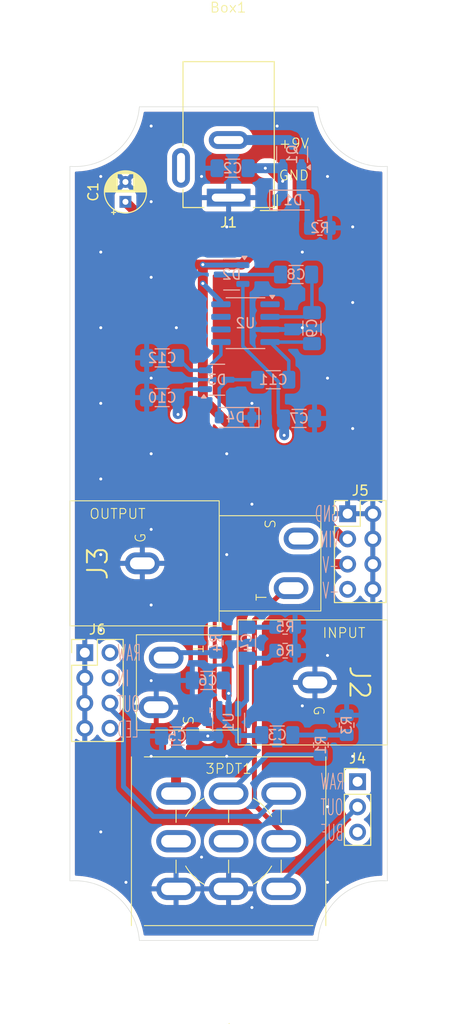
<source format=kicad_pcb>
(kicad_pcb (version 20240108) (generator "pcbnew") (generator_version "8.0")
  (layers (0 "F.Cu" jumper) (1 "In1.Cu" signal) (2 "In2.Cu" signal) (31 "B.Cu" signal) (34 "B.Paste" user) (35 "F.Paste" user) (36 "B.SilkS" user "B.Silkscreen") (37 "F.SilkS" user "F.Silkscreen") (38 "B.Mask" user) (39 "F.Mask" user) (44 "Edge.Cuts" user))
  (net 0 "")
  (net 1 "GND")
  (net 2 "VIN")
  (net 3 "Net-(C3-Pad2)")
  (net 4 "Net-(U1--)")
  (net 5 "+9V")
  (net 6 "+V")
  (net 7 "Net-(D1-A)")
  (net 8 "-V")
  (net 9 "LED")
  (net 10 "Net-(U2-CAP+)")
  (net 11 "Net-(D2-common)")
  (net 12 "Net-(U2-CAP-)")
  (net 13 "Net-(D3-common)")
  (net 14 "OUT^{RAW_OR_BUF}")
  (net 15 "IN^{RAW}")
  (net 16 "OUT^{RAW}")
  (net 17 "-VOUT")
  (net 18 "BUFFERED")
  (net 19 "IN^{EFF}")
  (net 20 "OUT^{EFF}")
  (net 21 "IN")
  (net 22 "Net-(C4-Pad1)")
  (footprint "Connector_PinHeader_2.54mm:PinHeader_1x03_P2.54mm_Vertical" (layer "F.Cu") (at 113 126)
    (property "Reference" "J4" (at 0 -2.33 0) (layer "F.SilkS"))
    (property "Value" "Conn_01x03_Pin")
    (pad "1" thru_hole rect (at 0 0) (size 1.7 1.7) (drill 1) (layers "*.Cu" "*.Mask" "In3.Cu" "In4.Cu" "In5.Cu" "In6.Cu" "In7.Cu" "In8.Cu" "In9.Cu" "In10.Cu" "In11.Cu" "In12.Cu" "In13.Cu" "In14.Cu" "In15.Cu" "In16.Cu" "In17.Cu" "In18.Cu" "In19.Cu" "In20.Cu" "In21.Cu" "In22.Cu" "In23.Cu" "In24.Cu" "In25.Cu" "In26.Cu" "In27.Cu" "In28.Cu" "In29.Cu" "In30.Cu") (net 15 "IN^{RAW}"))
    (pad "2" thru_hole oval (at 0 2.54) (size 1.7 1.7) (drill 1) (layers "*.Cu" "*.Mask" "In3.Cu" "In4.Cu" "In5.Cu" "In6.Cu" "In7.Cu" "In8.Cu" "In9.Cu" "In10.Cu" "In11.Cu" "In12.Cu" "In13.Cu" "In14.Cu" "In15.Cu" "In16.Cu" "In17.Cu" "In18.Cu" "In19.Cu" "In20.Cu" "In21.Cu" "In22.Cu" "In23.Cu" "In24.Cu" "In25.Cu" "In26.Cu" "In27.Cu" "In28.Cu" "In29.Cu" "In30.Cu") (net 14 "OUT^{RAW_OR_BUF}"))
    (pad "3" thru_hole oval (at 0 5.08) (size 1.7 1.7) (drill 1) (layers "*.Cu" "*.Mask" "In3.Cu" "In4.Cu" "In5.Cu" "In6.Cu" "In7.Cu" "In8.Cu" "In9.Cu" "In10.Cu" "In11.Cu" "In12.Cu" "In13.Cu" "In14.Cu" "In15.Cu" "In16.Cu" "In17.Cu" "In18.Cu" "In19.Cu" "In20.Cu" "In21.Cu" "In22.Cu" "In23.Cu" "In24.Cu" "In25.Cu" "In26.Cu" "In27.Cu" "In28.Cu" "In29.Cu" "In30.Cu") (net 18 "BUFFERED"))
  )
  (footprint "Connector_PinHeader_2.54mm:PinHeader_2x04_P2.54mm_Vertical" (layer "F.Cu") (at 112 99)
    (property "Reference" "J5" (at 1.27 -2.33 0) (layer "F.SilkS"))
    (property "Value" "Conn_02x04_Odd_Even")
    (pad "1" thru_hole rect (at 0 0) (size 1.7 1.7) (drill 1) (layers "*.Cu" "*.Mask" "In3.Cu" "In4.Cu" "In5.Cu" "In6.Cu" "In7.Cu" "In8.Cu" "In9.Cu" "In10.Cu" "In11.Cu" "In12.Cu" "In13.Cu" "In14.Cu" "In15.Cu" "In16.Cu" "In17.Cu" "In18.Cu" "In19.Cu" "In20.Cu" "In21.Cu" "In22.Cu" "In23.Cu" "In24.Cu" "In25.Cu" "In26.Cu" "In27.Cu" "In28.Cu" "In29.Cu" "In30.Cu") (net 1 "GND"))
    (pad "2" thru_hole oval (at 2.54 0) (size 1.7 1.7) (drill 1) (layers "*.Cu" "*.Mask" "In3.Cu" "In4.Cu" "In5.Cu" "In6.Cu" "In7.Cu" "In8.Cu" "In9.Cu" "In10.Cu" "In11.Cu" "In12.Cu" "In13.Cu" "In14.Cu" "In15.Cu" "In16.Cu" "In17.Cu" "In18.Cu" "In19.Cu" "In20.Cu" "In21.Cu" "In22.Cu" "In23.Cu" "In24.Cu" "In25.Cu" "In26.Cu" "In27.Cu" "In28.Cu" "In29.Cu" "In30.Cu") (net 1 "GND"))
    (pad "3" thru_hole oval (at 0 2.54) (size 1.7 1.7) (drill 1) (layers "*.Cu" "*.Mask" "In3.Cu" "In4.Cu" "In5.Cu" "In6.Cu" "In7.Cu" "In8.Cu" "In9.Cu" "In10.Cu" "In11.Cu" "In12.Cu" "In13.Cu" "In14.Cu" "In15.Cu" "In16.Cu" "In17.Cu" "In18.Cu" "In19.Cu" "In20.Cu" "In21.Cu" "In22.Cu" "In23.Cu" "In24.Cu" "In25.Cu" "In26.Cu" "In27.Cu" "In28.Cu" "In29.Cu" "In30.Cu") (net 2 "VIN"))
    (pad "4" thru_hole oval (at 2.54 2.54) (size 1.7 1.7) (drill 1) (layers "*.Cu" "*.Mask" "In3.Cu" "In4.Cu" "In5.Cu" "In6.Cu" "In7.Cu" "In8.Cu" "In9.Cu" "In10.Cu" "In11.Cu" "In12.Cu" "In13.Cu" "In14.Cu" "In15.Cu" "In16.Cu" "In17.Cu" "In18.Cu" "In19.Cu" "In20.Cu" "In21.Cu" "In22.Cu" "In23.Cu" "In24.Cu" "In25.Cu" "In26.Cu" "In27.Cu" "In28.Cu" "In29.Cu" "In30.Cu") (net 1 "GND"))
    (pad "5" thru_hole oval (at 0 5.08) (size 1.7 1.7) (drill 1) (layers "*.Cu" "*.Mask" "In3.Cu" "In4.Cu" "In5.Cu" "In6.Cu" "In7.Cu" "In8.Cu" "In9.Cu" "In10.Cu" "In11.Cu" "In12.Cu" "In13.Cu" "In14.Cu" "In15.Cu" "In16.Cu" "In17.Cu" "In18.Cu" "In19.Cu" "In20.Cu" "In21.Cu" "In22.Cu" "In23.Cu" "In24.Cu" "In25.Cu" "In26.Cu" "In27.Cu" "In28.Cu" "In29.Cu" "In30.Cu") (net 8 "-V"))
    (pad "6" thru_hole oval (at 2.54 5.08) (size 1.7 1.7) (drill 1) (layers "*.Cu" "*.Mask" "In3.Cu" "In4.Cu" "In5.Cu" "In6.Cu" "In7.Cu" "In8.Cu" "In9.Cu" "In10.Cu" "In11.Cu" "In12.Cu" "In13.Cu" "In14.Cu" "In15.Cu" "In16.Cu" "In17.Cu" "In18.Cu" "In19.Cu" "In20.Cu" "In21.Cu" "In22.Cu" "In23.Cu" "In24.Cu" "In25.Cu" "In26.Cu" "In27.Cu" "In28.Cu" "In29.Cu" "In30.Cu") (net 1 "GND"))
    (pad "7" thru_hole oval (at 0 7.62) (size 1.7 1.7) (drill 1) (layers "*.Cu" "*.Mask" "In3.Cu" "In4.Cu" "In5.Cu" "In6.Cu" "In7.Cu" "In8.Cu" "In9.Cu" "In10.Cu" "In11.Cu" "In12.Cu" "In13.Cu" "In14.Cu" "In15.Cu" "In16.Cu" "In17.Cu" "In18.Cu" "In19.Cu" "In20.Cu" "In21.Cu" "In22.Cu" "In23.Cu" "In24.Cu" "In25.Cu" "In26.Cu" "In27.Cu" "In28.Cu" "In29.Cu" "In30.Cu") (net 6 "+V"))
    (pad "8" thru_hole oval (at 2.54 7.62) (size 1.7 1.7) (drill 1) (layers "*.Cu" "*.Mask" "In3.Cu" "In4.Cu" "In5.Cu" "In6.Cu" "In7.Cu" "In8.Cu" "In9.Cu" "In10.Cu" "In11.Cu" "In12.Cu" "In13.Cu" "In14.Cu" "In15.Cu" "In16.Cu" "In17.Cu" "In18.Cu" "In19.Cu" "In20.Cu" "In21.Cu" "In22.Cu" "In23.Cu" "In24.Cu" "In25.Cu" "In26.Cu" "In27.Cu" "In28.Cu" "In29.Cu" "In30.Cu") (net 1 "GND"))
  )
  (footprint "Mylib:1590A" (layer "F.Cu") (at 100 100)
    (property "Reference" "Box1" (at -0.05 -52 0) (layer "F.SilkS") (effects (font (thickness 0.1))))
    (property "Value" "~")
  )
  (footprint "Capacitor_THT:CP_Radial_D4.0mm_P2.00mm" (layer "F.Cu") (at 89.6 67.572599 90)
    (property "Reference" "C1" (at 1 -3.25 90) (layer "F.SilkS"))
    (property "Value" "47uF")
    (pad "1" thru_hole rect (at 0 0 90) (size 1.2 1.2) (drill 0.6) (layers "*.Cu" "*.Mask" "In3.Cu" "In4.Cu" "In5.Cu" "In6.Cu" "In7.Cu" "In8.Cu" "In9.Cu" "In10.Cu" "In11.Cu" "In12.Cu" "In13.Cu" "In14.Cu" "In15.Cu" "In16.Cu" "In17.Cu" "In18.Cu" "In19.Cu" "In20.Cu" "In21.Cu" "In22.Cu" "In23.Cu" "In24.Cu" "In25.Cu" "In26.Cu" "In27.Cu" "In28.Cu" "In29.Cu" "In30.Cu") (net 2 "VIN"))
    (pad "2" thru_hole circle (at 2 0 90) (size 1.2 1.2) (drill 0.6) (layers "*.Cu" "*.Mask" "In3.Cu" "In4.Cu" "In5.Cu" "In6.Cu" "In7.Cu" "In8.Cu" "In9.Cu" "In10.Cu" "In11.Cu" "In12.Cu" "In13.Cu" "In14.Cu" "In15.Cu" "In16.Cu" "In17.Cu" "In18.Cu" "In19.Cu" "In20.Cu" "In21.Cu" "In22.Cu" "In23.Cu" "In24.Cu" "In25.Cu" "In26.Cu" "In27.Cu" "In28.Cu" "In29.Cu" "In30.Cu") (net 1 "GND"))
  )
  (footprint "Mylib:3PDT-Stomp-Switch" (layer "F.Cu") (at 100 132)
    (property "Reference" "3PDT1" (at 0 -7.3 0) (layer "F.SilkS") (effects (font (thickness 0.1))))
    (property "Value" "~")
    (pad "1" thru_hole oval (at -5.3 -4.8) (size 4 2.25) (drill oval 3 1.25) (layers "*.Cu" "*.Mask" "In3.Cu" "In4.Cu" "In5.Cu" "In6.Cu" "In7.Cu" "In8.Cu" "In9.Cu" "In10.Cu" "In11.Cu" "In12.Cu" "In13.Cu" "In14.Cu" "In15.Cu" "In16.Cu" "In17.Cu" "In18.Cu" "In19.Cu" "In20.Cu" "In21.Cu" "In22.Cu" "In23.Cu" "In24.Cu" "In25.Cu" "In26.Cu" "In27.Cu" "In28.Cu" "In29.Cu" "In30.Cu") (net 2 "VIN"))
    (pad "2" thru_hole oval (at -5.3 0) (size 4 2.25) (drill oval 3 1.25) (layers "*.Cu" "*.Mask" "In3.Cu" "In4.Cu" "In5.Cu" "In6.Cu" "In7.Cu" "In8.Cu" "In9.Cu" "In10.Cu" "In11.Cu" "In12.Cu" "In13.Cu" "In14.Cu" "In15.Cu" "In16.Cu" "In17.Cu" "In18.Cu" "In19.Cu" "In20.Cu" "In21.Cu" "In22.Cu" "In23.Cu" "In24.Cu" "In25.Cu" "In26.Cu" "In27.Cu" "In28.Cu" "In29.Cu" "In30.Cu") (net 9 "LED"))
    (pad "3" thru_hole oval (at -5.3 4.8) (size 4 2.25) (drill oval 3 1.25) (layers "*.Cu" "*.Mask" "In3.Cu" "In4.Cu" "In5.Cu" "In6.Cu" "In7.Cu" "In8.Cu" "In9.Cu" "In10.Cu" "In11.Cu" "In12.Cu" "In13.Cu" "In14.Cu" "In15.Cu" "In16.Cu" "In17.Cu" "In18.Cu" "In19.Cu" "In20.Cu" "In21.Cu" "In22.Cu" "In23.Cu" "In24.Cu" "In25.Cu" "In26.Cu" "In27.Cu" "In28.Cu" "In29.Cu" "In30.Cu") (net 1 "GND"))
    (pad "4" thru_hole oval (at 0 -4.8) (size 4 2.25) (drill oval 3 1.25) (layers "*.Cu" "*.Mask" "In3.Cu" "In4.Cu" "In5.Cu" "In6.Cu" "In7.Cu" "In8.Cu" "In9.Cu" "In10.Cu" "In11.Cu" "In12.Cu" "In13.Cu" "In14.Cu" "In15.Cu" "In16.Cu" "In17.Cu" "In18.Cu" "In19.Cu" "In20.Cu" "In21.Cu" "In22.Cu" "In23.Cu" "In24.Cu" "In25.Cu" "In26.Cu" "In27.Cu" "In28.Cu" "In29.Cu" "In30.Cu") (net 18 "BUFFERED"))
    (pad "5" thru_hole oval (at 0 0) (size 4 2.25) (drill oval 3 1.25) (layers "*.Cu" "*.Mask" "In3.Cu" "In4.Cu" "In5.Cu" "In6.Cu" "In7.Cu" "In8.Cu" "In9.Cu" "In10.Cu" "In11.Cu" "In12.Cu" "In13.Cu" "In14.Cu" "In15.Cu" "In16.Cu" "In17.Cu" "In18.Cu" "In19.Cu" "In20.Cu" "In21.Cu" "In22.Cu" "In23.Cu" "In24.Cu" "In25.Cu" "In26.Cu" "In27.Cu" "In28.Cu" "In29.Cu" "In30.Cu") (net 19 "IN^{EFF}"))
    (pad "6" thru_hole oval (at 0 4.8) (size 4 2.25) (drill oval 3 1.25) (layers "*.Cu" "*.Mask" "In3.Cu" "In4.Cu" "In5.Cu" "In6.Cu" "In7.Cu" "In8.Cu" "In9.Cu" "In10.Cu" "In11.Cu" "In12.Cu" "In13.Cu" "In14.Cu" "In15.Cu" "In16.Cu" "In17.Cu" "In18.Cu" "In19.Cu" "In20.Cu" "In21.Cu" "In22.Cu" "In23.Cu" "In24.Cu" "In25.Cu" "In26.Cu" "In27.Cu" "In28.Cu" "In29.Cu" "In30.Cu") (net 1 "GND"))
    (pad "7" thru_hole oval (at 5.3 -4.8) (size 4 2.25) (drill oval 3 1.25) (layers "*.Cu" "*.Mask" "In3.Cu" "In4.Cu" "In5.Cu" "In6.Cu" "In7.Cu" "In8.Cu" "In9.Cu" "In10.Cu" "In11.Cu" "In12.Cu" "In13.Cu" "In14.Cu" "In15.Cu" "In16.Cu" "In17.Cu" "In18.Cu" "In19.Cu" "In20.Cu" "In21.Cu" "In22.Cu" "In23.Cu" "In24.Cu" "In25.Cu" "In26.Cu" "In27.Cu" "In28.Cu" "In29.Cu" "In30.Cu") (net 20 "OUT^{EFF}"))
    (pad "8" thru_hole oval (at 5.3 0) (size 4 2.25) (drill oval 3 1.25) (layers "*.Cu" "*.Mask" "In3.Cu" "In4.Cu" "In5.Cu" "In6.Cu" "In7.Cu" "In8.Cu" "In9.Cu" "In10.Cu" "In11.Cu" "In12.Cu" "In13.Cu" "In14.Cu" "In15.Cu" "In16.Cu" "In17.Cu" "In18.Cu" "In19.Cu" "In20.Cu" "In21.Cu" "In22.Cu" "In23.Cu" "In24.Cu" "In25.Cu" "In26.Cu" "In27.Cu" "In28.Cu" "In29.Cu" "In30.Cu") (net 16 "OUT^{RAW}"))
    (pad "9" thru_hole oval (at 5.3 4.8) (size 4 2.25) (drill oval 3 1.25) (layers "*.Cu" "*.Mask" "In3.Cu" "In4.Cu" "In5.Cu" "In6.Cu" "In7.Cu" "In8.Cu" "In9.Cu" "In10.Cu" "In11.Cu" "In12.Cu" "In13.Cu" "In14.Cu" "In15.Cu" "In16.Cu" "In17.Cu" "In18.Cu" "In19.Cu" "In20.Cu" "In21.Cu" "In22.Cu" "In23.Cu" "In24.Cu" "In25.Cu" "In26.Cu" "In27.Cu" "In28.Cu" "In29.Cu" "In30.Cu") (net 14 "OUT^{RAW_OR_BUF}"))
  )
  (footprint "Connector_PinHeader_2.54mm:PinHeader_2x04_P2.54mm_Vertical" (layer "F.Cu") (at 85.5 113)
    (property "Reference" "J6" (at 1.27 -2.33 0) (layer "F.SilkS"))
    (property "Value" "Conn_02x04_Odd_Even")
    (pad "1" thru_hole rect (at 0 0) (size 1.7 1.7) (drill 1) (layers "*.Cu" "*.Mask" "In3.Cu" "In4.Cu" "In5.Cu" "In6.Cu" "In7.Cu" "In8.Cu" "In9.Cu" "In10.Cu" "In11.Cu" "In12.Cu" "In13.Cu" "In14.Cu" "In15.Cu" "In16.Cu" "In17.Cu" "In18.Cu" "In19.Cu" "In20.Cu" "In21.Cu" "In22.Cu" "In23.Cu" "In24.Cu" "In25.Cu" "In26.Cu" "In27.Cu" "In28.Cu" "In29.Cu" "In30.Cu") (net 1 "GND"))
    (pad "2" thru_hole oval (at 2.54 0) (size 1.7 1.7) (drill 1) (layers "*.Cu" "*.Mask" "In3.Cu" "In4.Cu" "In5.Cu" "In6.Cu" "In7.Cu" "In8.Cu" "In9.Cu" "In10.Cu" "In11.Cu" "In12.Cu" "In13.Cu" "In14.Cu" "In15.Cu" "In16.Cu" "In17.Cu" "In18.Cu" "In19.Cu" "In20.Cu" "In21.Cu" "In22.Cu" "In23.Cu" "In24.Cu" "In25.Cu" "In26.Cu" "In27.Cu" "In28.Cu" "In29.Cu" "In30.Cu") (net 15 "IN^{RAW}"))
    (pad "3" thru_hole oval (at 0 2.54) (size 1.7 1.7) (drill 1) (layers "*.Cu" "*.Mask" "In3.Cu" "In4.Cu" "In5.Cu" "In6.Cu" "In7.Cu" "In8.Cu" "In9.Cu" "In10.Cu" "In11.Cu" "In12.Cu" "In13.Cu" "In14.Cu" "In15.Cu" "In16.Cu" "In17.Cu" "In18.Cu" "In19.Cu" "In20.Cu" "In21.Cu" "In22.Cu" "In23.Cu" "In24.Cu" "In25.Cu" "In26.Cu" "In27.Cu" "In28.Cu" "In29.Cu" "In30.Cu") (net 1 "GND"))
    (pad "4" thru_hole oval (at 2.54 2.54) (size 1.7 1.7) (drill 1) (layers "*.Cu" "*.Mask" "In3.Cu" "In4.Cu" "In5.Cu" "In6.Cu" "In7.Cu" "In8.Cu" "In9.Cu" "In10.Cu" "In11.Cu" "In12.Cu" "In13.Cu" "In14.Cu" "In15.Cu" "In16.Cu" "In17.Cu" "In18.Cu" "In19.Cu" "In20.Cu" "In21.Cu" "In22.Cu" "In23.Cu" "In24.Cu" "In25.Cu" "In26.Cu" "In27.Cu" "In28.Cu" "In29.Cu" "In30.Cu") (net 19 "IN^{EFF}"))
    (pad "5" thru_hole oval (at 0 5.08) (size 1.7 1.7) (drill 1) (layers "*.Cu" "*.Mask" "In3.Cu" "In4.Cu" "In5.Cu" "In6.Cu" "In7.Cu" "In8.Cu" "In9.Cu" "In10.Cu" "In11.Cu" "In12.Cu" "In13.Cu" "In14.Cu" "In15.Cu" "In16.Cu" "In17.Cu" "In18.Cu" "In19.Cu" "In20.Cu" "In21.Cu" "In22.Cu" "In23.Cu" "In24.Cu" "In25.Cu" "In26.Cu" "In27.Cu" "In28.Cu" "In29.Cu" "In30.Cu") (net 1 "GND"))
    (pad "6" thru_hole oval (at 2.54 5.08) (size 1.7 1.7) (drill 1) (layers "*.Cu" "*.Mask" "In3.Cu" "In4.Cu" "In5.Cu" "In6.Cu" "In7.Cu" "In8.Cu" "In9.Cu" "In10.Cu" "In11.Cu" "In12.Cu" "In13.Cu" "In14.Cu" "In15.Cu" "In16.Cu" "In17.Cu" "In18.Cu" "In19.Cu" "In20.Cu" "In21.Cu" "In22.Cu" "In23.Cu" "In24.Cu" "In25.Cu" "In26.Cu" "In27.Cu" "In28.Cu" "In29.Cu" "In30.Cu") (net 20 "OUT^{EFF}"))
    (pad "7" thru_hole oval (at 0 7.62) (size 1.7 1.7) (drill 1) (layers "*.Cu" "*.Mask" "In3.Cu" "In4.Cu" "In5.Cu" "In6.Cu" "In7.Cu" "In8.Cu" "In9.Cu" "In10.Cu" "In11.Cu" "In12.Cu" "In13.Cu" "In14.Cu" "In15.Cu" "In16.Cu" "In17.Cu" "In18.Cu" "In19.Cu" "In20.Cu" "In21.Cu" "In22.Cu" "In23.Cu" "In24.Cu" "In25.Cu" "In26.Cu" "In27.Cu" "In28.Cu" "In29.Cu" "In30.Cu") (net 1 "GND"))
    (pad "8" thru_hole oval (at 2.54 7.62) (size 1.7 1.7) (drill 1) (layers "*.Cu" "*.Mask" "In3.Cu" "In4.Cu" "In5.Cu" "In6.Cu" "In7.Cu" "In8.Cu" "In9.Cu" "In10.Cu" "In11.Cu" "In12.Cu" "In13.Cu" "In14.Cu" "In15.Cu" "In16.Cu" "In17.Cu" "In18.Cu" "In19.Cu" "In20.Cu" "In21.Cu" "In22.Cu" "In23.Cu" "In24.Cu" "In25.Cu" "In26.Cu" "In27.Cu" "In28.Cu" "In29.Cu" "In30.Cu") (net 9 "LED"))
  )
  (footprint "Mylib:CK-6.35" (layer "F.Cu") (at 103.2 116 180)
    (property "Reference" "J2" (at -10 0 -90) (layer "F.SilkS") (effects (font (size 2 2) (thickness 0.2))))
    (property "Value" "AudioJack2_Ground")
    (fp_text user "S" (at 7.9 -3.275 -90) (layer "F.SilkS") (effects (font (thickness 0.1)) (justify left bottom)))
    (fp_text user "T" (at 6.9 3.825 -90) (layer "F.SilkS") (effects (font (thickness 0.1)) (justify left bottom)))
    (fp_text user "G" (at -5.3 -2.275 -90) (layer "F.SilkS") (effects (font (thickness 0.1)) (justify left bottom)))
    (pad "G" thru_hole oval (at -5.5 0 180) (size 3.5 2.2) (drill oval 2.5 1.2) (layers "*.Cu" "*.Mask" "In3.Cu" "In4.Cu" "In5.Cu" "In6.Cu" "In7.Cu" "In8.Cu" "In9.Cu" "In10.Cu" "In11.Cu" "In12.Cu" "In13.Cu" "In14.Cu" "In15.Cu" "In16.Cu" "In17.Cu" "In18.Cu" "In19.Cu" "In20.Cu" "In21.Cu" "In22.Cu" "In23.Cu" "In24.Cu" "In25.Cu" "In26.Cu" "In27.Cu" "In28.Cu" "In29.Cu" "In30.Cu") (net 1 "GND"))
    (pad "S" thru_hole oval (at 10.5 -2.5 180) (size 3.5 2.2) (drill oval 2.5 1.2) (layers "*.Cu" "*.Mask" "In3.Cu" "In4.Cu" "In5.Cu" "In6.Cu" "In7.Cu" "In8.Cu" "In9.Cu" "In10.Cu" "In11.Cu" "In12.Cu" "In13.Cu" "In14.Cu" "In15.Cu" "In16.Cu" "In17.Cu" "In18.Cu" "In19.Cu" "In20.Cu" "In21.Cu" "In22.Cu" "In23.Cu" "In24.Cu" "In25.Cu" "In26.Cu" "In27.Cu" "In28.Cu" "In29.Cu" "In30.Cu") (net 1 "GND"))
    (pad "T" thru_hole oval (at 9.5 2.5 180) (size 3.5 2.2) (drill oval 2.5 1.2) (layers "*.Cu" "*.Mask" "In3.Cu" "In4.Cu" "In5.Cu" "In6.Cu" "In7.Cu" "In8.Cu" "In9.Cu" "In10.Cu" "In11.Cu" "In12.Cu" "In13.Cu" "In14.Cu" "In15.Cu" "In16.Cu" "In17.Cu" "In18.Cu" "In19.Cu" "In20.Cu" "In21.Cu" "In22.Cu" "In23.Cu" "In24.Cu" "In25.Cu" "In26.Cu" "In27.Cu" "In28.Cu" "In29.Cu" "In30.Cu") (net 15 "IN^{RAW}"))
  )
  (footprint "Connector_BarrelJack:BarrelJack_Wuerth_6941xx301002" (layer "F.Cu") (at 100 67.15 180)
    (property "Reference" "J1" (at 0 -2.5 0) (layer "F.SilkS"))
    (property "Value" "Barrel_Jack_Switch")
    (pad "1" thru_hole rect (at 0 0 180) (size 4.4 1.8) (drill oval 3.4 0.8) (layers "*.Cu" "*.Mask" "In3.Cu" "In4.Cu" "In5.Cu" "In6.Cu" "In7.Cu" "In8.Cu" "In9.Cu" "In10.Cu" "In11.Cu" "In12.Cu" "In13.Cu" "In14.Cu" "In15.Cu" "In16.Cu" "In17.Cu" "In18.Cu" "In19.Cu" "In20.Cu" "In21.Cu" "In22.Cu" "In23.Cu" "In24.Cu" "In25.Cu" "In26.Cu" "In27.Cu" "In28.Cu" "In29.Cu" "In30.Cu") (net 1 "GND"))
    (pad "2" thru_hole oval (at 0 5.8 180) (size 4 1.8) (drill oval 3 0.8) (layers "*.Cu" "*.Mask" "In3.Cu" "In4.Cu" "In5.Cu" "In6.Cu" "In7.Cu" "In8.Cu" "In9.Cu" "In10.Cu" "In11.Cu" "In12.Cu" "In13.Cu" "In14.Cu" "In15.Cu" "In16.Cu" "In17.Cu" "In18.Cu" "In19.Cu" "In20.Cu" "In21.Cu" "In22.Cu" "In23.Cu" "In24.Cu" "In25.Cu" "In26.Cu" "In27.Cu" "In28.Cu" "In29.Cu" "In30.Cu") (net 5 "+9V"))
    (pad "3" thru_hole oval (at 4.8 3 270) (size 4 1.8) (drill oval 3 0.8) (layers "*.Cu" "*.Mask" "In3.Cu" "In4.Cu" "In5.Cu" "In6.Cu" "In7.Cu" "In8.Cu" "In9.Cu" "In10.Cu" "In11.Cu" "In12.Cu" "In13.Cu" "In14.Cu" "In15.Cu" "In16.Cu" "In17.Cu" "In18.Cu" "In19.Cu" "In20.Cu" "In21.Cu" "In22.Cu" "In23.Cu" "In24.Cu" "In25.Cu" "In26.Cu" "In27.Cu" "In28.Cu" "In29.Cu" "In30.Cu"))
  )
  (footprint "Mylib:CK-6.35" (layer "F.Cu") (at 96.8 104)
    (property "Reference" "J3" (at -10 0 90) (layer "F.SilkS") (effects (font (size 2 2) (thickness 0.2))))
    (property "Value" "AudioJack2_Ground")
    (fp_text user "T" (at 7.1 3.875 90) (layer "F.SilkS") (effects (font (thickness 0.1)) (justify left bottom)))
    (fp_text user "G" (at -5.1 -2 90) (layer "F.SilkS") (effects (font (thickness 0.1)) (justify left bottom)))
    (fp_text user "S" (at 8 -3.425 90) (layer "F.SilkS") (effects (font (thickness 0.1)) (justify left bottom)))
    (pad "G" thru_hole oval (at -5.5 0) (size 3.5 2.2) (drill oval 2.5 1.2) (layers "*.Cu" "*.Mask" "In3.Cu" "In4.Cu" "In5.Cu" "In6.Cu" "In7.Cu" "In8.Cu" "In9.Cu" "In10.Cu" "In11.Cu" "In12.Cu" "In13.Cu" "In14.Cu" "In15.Cu" "In16.Cu" "In17.Cu" "In18.Cu" "In19.Cu" "In20.Cu" "In21.Cu" "In22.Cu" "In23.Cu" "In24.Cu" "In25.Cu" "In26.Cu" "In27.Cu" "In28.Cu" "In29.Cu" "In30.Cu") (net 1 "GND"))
    (pad "S" thru_hole oval (at 10.5 -2.5) (size 3.5 2.2) (drill oval 2.5 1.2) (layers "*.Cu" "*.Mask" "In3.Cu" "In4.Cu" "In5.Cu" "In6.Cu" "In7.Cu" "In8.Cu" "In9.Cu" "In10.Cu" "In11.Cu" "In12.Cu" "In13.Cu" "In14.Cu" "In15.Cu" "In16.Cu" "In17.Cu" "In18.Cu" "In19.Cu" "In20.Cu" "In21.Cu" "In22.Cu" "In23.Cu" "In24.Cu" "In25.Cu" "In26.Cu" "In27.Cu" "In28.Cu" "In29.Cu" "In30.Cu"))
    (pad "T" thru_hole oval (at 9.5 2.5) (size 3.5 2.2) (drill oval 2.5 1.2) (layers "*.Cu" "*.Mask" "In3.Cu" "In4.Cu" "In5.Cu" "In6.Cu" "In7.Cu" "In8.Cu" "In9.Cu" "In10.Cu" "In11.Cu" "In12.Cu" "In13.Cu" "In14.Cu" "In15.Cu" "In16.Cu" "In17.Cu" "In18.Cu" "In19.Cu" "In20.Cu" "In21.Cu" "In22.Cu" "In23.Cu" "In24.Cu" "In25.Cu" "In26.Cu" "In27.Cu" "In28.Cu" "In29.Cu" "In30.Cu") (net 16 "OUT^{RAW}"))
  )
  (footprint "Capacitor_SMD:C_1206_3216Metric_Pad1.33x1.80mm_HandSolder" (layer "B.Cu") (at 108.4 80.3 -90)
    (property "Reference" "C9" (at 0 0 90) (layer "B.SilkS") (effects (justify mirror)))
    (property "Value" "10uF")
    (pad "1" smd roundrect (at -1.5625 0 270) (size 1.325 1.8) (layers "B.Cu" "B.Paste" "B.Mask") (roundrect_rratio 0.188679) (net 10 "Net-(U2-CAP+)"))
    (pad "2" smd roundrect (at 1.5625 0 270) (size 1.325 1.8) (layers "B.Cu" "B.Paste" "B.Mask") (roundrect_rratio 0.188679) (net 12 "Net-(U2-CAP-)"))
  )
  (footprint "Resistor_SMD:R_0805_2012Metric_Pad1.20x1.40mm_HandSolder" (layer "B.Cu") (at 109.2 70.2)
    (property "Reference" "R2" (at 0 0 0) (layer "B.SilkS") (effects (justify mirror)))
    (property "Value" "100k")
    (pad "1" smd roundrect (at -1 0) (size 1.2 1.4) (layers "B.Cu" "B.Paste" "B.Mask") (roundrect_rratio 0.208333) (net 7 "Net-(D1-A)"))
    (pad "2" smd roundrect (at 1 0) (size 1.2 1.4) (layers "B.Cu" "B.Paste" "B.Mask") (roundrect_rratio 0.208333) (net 1 "GND"))
  )
  (footprint "Capacitor_SMD:C_1206_3216Metric_Pad1.33x1.80mm_HandSolder" (layer "B.Cu") (at 93.3 87.3 180)
    (property "Reference" "C10" (at 0 0 0) (layer "B.SilkS") (effects (justify mirror)))
    (property "Value" "47uF")
    (pad "1" smd roundrect (at -1.5625 0 180) (size 1.325 1.8) (layers "B.Cu" "B.Paste" "B.Mask") (roundrect_rratio 0.188679) (net 8 "-V"))
    (pad "2" smd roundrect (at 1.5625 0 180) (size 1.325 1.8) (layers "B.Cu" "B.Paste" "B.Mask") (roundrect_rratio 0.188679) (net 1 "GND"))
  )
  (footprint "Package_TO_SOT_SMD:SOT-23-3" (layer "B.Cu") (at 100.3 74.9 180)
    (property "Reference" "D2" (at 0 0 0) (layer "B.SilkS") (effects (justify mirror)))
    (property "Value" "MMBD1203")
    (pad "1" smd roundrect (at -1.1375 0.95 180) (size 1.325 0.6) (layers "B.Cu" "B.Paste" "B.Mask") (net 2 "VIN"))
    (pad "2" smd roundrect (at -1.1375 -0.95 180) (size 1.325 0.6) (layers "B.Cu" "B.Paste" "B.Mask") (net 6 "+V"))
    (pad "3" smd roundrect (at 1.1375 0 180) (size 1.325 0.6) (layers "B.Cu" "B.Paste" "B.Mask") (net 11 "Net-(D2-common)"))
  )
  (footprint "Diode_SMD:D_SOD-123" (layer "B.Cu") (at 106.5 67.4)
    (property "Reference" "D1" (at 0 0 0) (layer "B.SilkS") (effects (justify mirror)))
    (property "Value" "12V")
    (pad "1" smd roundrect (at -1.65 0) (size 0.9 1.2) (layers "B.Cu" "B.Paste" "B.Mask") (net 2 "VIN"))
    (pad "2" smd roundrect (at 1.65 0) (size 0.9 1.2) (layers "B.Cu" "B.Paste" "B.Mask") (net 7 "Net-(D1-A)"))
  )
  (footprint "Capacitor_SMD:C_1206_3216Metric_Pad1.33x1.80mm_HandSolder" (layer "B.Cu") (at 104.9 121.3)
    (property "Reference" "C3" (at 0 0 0) (layer "B.SilkS") (effects (justify mirror)))
    (property "Value" "1uF")
    (pad "1" smd roundrect (at -1.5625 0) (size 1.325 1.8) (layers "B.Cu" "B.Paste" "B.Mask") (roundrect_rratio 0.188679) (net 4 "Net-(U1--)"))
    (pad "2" smd roundrect (at 1.5625 0) (size 1.325 1.8) (layers "B.Cu" "B.Paste" "B.Mask") (roundrect_rratio 0.188679) (net 3 "Net-(C3-Pad2)"))
  )
  (footprint "Capacitor_SMD:C_1206_3216Metric_Pad1.33x1.80mm_HandSolder" (layer "B.Cu") (at 101.8 112 -90)
    (property "Reference" "C4" (at 0 0 90) (layer "B.SilkS") (effects (justify mirror)))
    (property "Value" "0.1uF" (hide yes))
    (pad "1" smd roundrect (at -1.5625 0 270) (size 1.325 1.8) (layers "B.Cu" "B.Paste" "B.Mask") (roundrect_rratio 0.188679) (net 22 "Net-(C4-Pad1)"))
    (pad "2" smd roundrect (at 1.5625 0 270) (size 1.325 1.8) (layers "B.Cu" "B.Paste" "B.Mask") (roundrect_rratio 0.188679) (net 21 "IN"))
  )
  (footprint "Resistor_SMD:R_0805_2012Metric_Pad1.20x1.40mm_HandSolder" (layer "B.Cu") (at 111.9 120.3 90)
    (property "Reference" "R3" (at 0 0 90) (layer "B.SilkS") (effects (justify mirror)))
    (property "Value" "470k")
    (pad "1" smd roundrect (at -1 0 90) (size 1.2 1.4) (layers "B.Cu" "B.Paste" "B.Mask") (roundrect_rratio 0.208333) (net 3 "Net-(C3-Pad2)"))
    (pad "2" smd roundrect (at 1 0 90) (size 1.2 1.4) (layers "B.Cu" "B.Paste" "B.Mask") (roundrect_rratio 0.208333) (net 1 "GND"))
  )
  (footprint "Resistor_SMD:R_0805_2012Metric_Pad1.20x1.40mm_HandSolder" (layer "B.Cu") (at 98.7 112 90)
    (property "Reference" "R4" (at 0 0 90) (layer "B.SilkS") (effects (justify mirror)))
    (property "Value" "10k" (hide yes))
    (pad "1" smd roundrect (at -1 0 90) (size 1.2 1.4) (layers "B.Cu" "B.Paste" "B.Mask") (roundrect_rratio 0.208333) (net 15 "IN^{RAW}"))
    (pad "2" smd roundrect (at 1 0 90) (size 1.2 1.4) (layers "B.Cu" "B.Paste" "B.Mask") (roundrect_rratio 0.208333) (net 22 "Net-(C4-Pad1)"))
  )
  (footprint "Capacitor_SMD:C_1206_3216Metric_Pad1.33x1.80mm_HandSolder" (layer "B.Cu") (at 100.4 64.1875 180)
    (property "Reference" "C2" (at 0 0 0) (layer "B.SilkS") (effects (justify mirror)))
    (property "Value" "47uF")
    (pad "1" smd roundrect (at -1.5625 0 180) (size 1.325 1.8) (layers "B.Cu" "B.Paste" "B.Mask") (roundrect_rratio 0.188679) (net 2 "VIN"))
    (pad "2" smd roundrect (at 1.5625 0 180) (size 1.325 1.8) (layers "B.Cu" "B.Paste" "B.Mask") (roundrect_rratio 0.188679) (net 1 "GND"))
  )
  (footprint "Resistor_SMD:R_0805_2012Metric_Pad1.20x1.40mm_HandSolder" (layer "B.Cu") (at 105.7 112.8)
    (property "Reference" "R6" (at 0 0 0) (layer "B.SilkS") (effects (justify mirror)))
    (property "Value" "470k" (hide yes))
    (pad "1" smd roundrect (at -1 0) (size 1.2 1.4) (layers "B.Cu" "B.Paste" "B.Mask") (roundrect_rratio 0.208333) (net 21 "IN"))
    (pad "2" smd roundrect (at 1 0) (size 1.2 1.4) (layers "B.Cu" "B.Paste" "B.Mask") (roundrect_rratio 0.208333) (net 1 "GND"))
  )
  (footprint "Package_TO_SOT_SMD:SOT-23-3" (layer "B.Cu") (at 98.8 85.5)
    (property "Reference" "D3" (at 0 0 0) (layer "B.SilkS") (effects (justify mirror)))
    (property "Value" "MMBD1203")
    (pad "1" smd roundrect (at -1.1375 0.95) (size 1.325 0.6) (layers "B.Cu" "B.Paste" "B.Mask") (net 8 "-V"))
    (pad "2" smd roundrect (at -1.1375 -0.95) (size 1.325 0.6) (layers "B.Cu" "B.Paste" "B.Mask") (net 17 "-VOUT"))
    (pad "3" smd roundrect (at 1.1375 0) (size 1.325 0.6) (layers "B.Cu" "B.Paste" "B.Mask") (net 13 "Net-(D3-common)"))
  )
  (footprint "Diode_SMD:D_SOD-123" (layer "B.Cu") (at 100.7 89.3 180)
    (property "Reference" "D4" (at 0 0 0) (layer "B.SilkS") (effects (justify mirror)))
    (property "Value" "D")
    (pad "1" smd roundrect (at -1.65 0 180) (size 0.9 1.2) (layers "B.Cu" "B.Paste" "B.Mask") (net 1 "GND"))
    (pad "2" smd roundrect (at 1.65 0 180) (size 0.9 1.2) (layers "B.Cu" "B.Paste" "B.Mask") (net 13 "Net-(D3-common)"))
  )
  (footprint "Capacitor_SMD:C_1206_3216Metric_Pad1.33x1.80mm_HandSolder" (layer "B.Cu") (at 97.9 115.8 180)
    (property "Reference" "C6" (at 0 0 0) (layer "B.SilkS") (effects (justify mirror)))
    (property "Value" "0.1uF" (hide yes))
    (pad "1" smd roundrect (at -1.5625 0 180) (size 1.325 1.8) (layers "B.Cu" "B.Paste" "B.Mask") (roundrect_rratio 0.188679) (net 8 "-V"))
    (pad "2" smd roundrect (at 1.5625 0 180) (size 1.325 1.8) (layers "B.Cu" "B.Paste" "B.Mask") (roundrect_rratio 0.188679) (net 1 "GND"))
  )
  (footprint "Capacitor_SMD:C_1206_3216Metric_Pad1.33x1.80mm_HandSolder" (layer "B.Cu") (at 106.8 74.9)
    (property "Reference" "C8" (at 0 0 0) (layer "B.SilkS") (effects (justify mirror)))
    (property "Value" "10uF")
    (pad "1" smd roundrect (at -1.5625 0) (size 1.325 1.8) (layers "B.Cu" "B.Paste" "B.Mask") (roundrect_rratio 0.188679) (net 11 "Net-(D2-common)"))
    (pad "2" smd roundrect (at 1.5625 0) (size 1.325 1.8) (layers "B.Cu" "B.Paste" "B.Mask") (roundrect_rratio 0.188679) (net 10 "Net-(U2-CAP+)"))
  )
  (footprint "Resistor_SMD:R_0805_2012Metric_Pad1.20x1.40mm_HandSolder" (layer "B.Cu") (at 109.3 122.3 -90)
    (property "Reference" "R1" (at 0 0 90) (layer "B.SilkS") (effects (justify mirror)))
    (property "Value" "10k")
    (pad "1" smd roundrect (at -1 0 270) (size 1.2 1.4) (layers "B.Cu" "B.Paste" "B.Mask") (roundrect_rratio 0.208333) (net 3 "Net-(C3-Pad2)"))
    (pad "2" smd roundrect (at 1 0 270) (size 1.2 1.4) (layers "B.Cu" "B.Paste" "B.Mask") (roundrect_rratio 0.208333) (net 18 "BUFFERED"))
  )
  (footprint "Capacitor_SMD:C_1206_3216Metric_Pad1.33x1.80mm_HandSolder" (layer "B.Cu") (at 104.5 85.5 180)
    (property "Reference" "C11" (at 0 0 0) (layer "B.SilkS") (effects (justify mirror)))
    (property "Value" "10uF")
    (pad "1" smd roundrect (at -1.5625 0 180) (size 1.325 1.8) (layers "B.Cu" "B.Paste" "B.Mask") (roundrect_rratio 0.188679) (net 12 "Net-(U2-CAP-)"))
    (pad "2" smd roundrect (at 1.5625 0 180) (size 1.325 1.8) (layers "B.Cu" "B.Paste" "B.Mask") (roundrect_rratio 0.188679) (net 13 "Net-(D3-common)"))
  )
  (footprint "Resistor_SMD:R_0805_2012Metric_Pad1.20x1.40mm_HandSolder" (layer "B.Cu") (at 105.7 110.4)
    (property "Reference" "R5" (at 0 0 0) (layer "B.SilkS") (effects (justify mirror)))
    (property "Value" "1M0" (hide yes))
    (pad "1" smd roundrect (at -1 0) (size 1.2 1.4) (layers "B.Cu" "B.Paste" "B.Mask") (roundrect_rratio 0.208333) (net 22 "Net-(C4-Pad1)"))
    (pad "2" smd roundrect (at 1 0) (size 1.2 1.4) (layers "B.Cu" "B.Paste" "B.Mask") (roundrect_rratio 0.208333) (net 1 "GND"))
  )
  (footprint "Package_TO_SOT_SMD:SOT-23-3" (layer "B.Cu") (at 106.4 62.8 90)
    (property "Reference" "Q1" (at 0 0 90) (layer "B.SilkS") (effects (justify mirror)))
    (property "Value" "40V")
    (pad "1" smd roundrect (at -1.1375 0.95 90) (size 1.325 0.6) (layers "B.Cu" "B.Paste" "B.Mask") (net 7 "Net-(D1-A)"))
    (pad "2" smd roundrect (at -1.1375 -0.95 90) (size 1.325 0.6) (layers "B.Cu" "B.Paste" "B.Mask") (net 2 "VIN"))
    (pad "3" smd roundrect (at 1.1375 0 90) (size 1.325 0.6) (layers "B.Cu" "B.Paste" "B.Mask") (net 5 "+9V"))
  )
  (footprint "Package_TO_SOT_SMD:SOT-23-5_HandSoldering" (layer "B.Cu") (at 100 120 -90)
    (property "Reference" "U1" (at 0 0 90) (layer "B.SilkS") (effects (justify mirror)))
    (property "Value" "~" (hide yes))
    (pad "1" smd roundrect (at -1.35 0.95 270) (size 1.56 0.65) (layers "B.Cu" "B.Paste" "B.Mask") (net 4 "Net-(U1--)"))
    (pad "2" smd roundrect (at -1.35 0 270) (size 1.56 0.65) (layers "B.Cu" "B.Paste" "B.Mask") (net 8 "-V"))
    (pad "3" smd roundrect (at -1.35 -0.95 270) (size 1.56 0.65) (layers "B.Cu" "B.Paste" "B.Mask") (net 21 "IN"))
    (pad "4" smd roundrect (at 1.35 -0.95 270) (size 1.56 0.65) (layers "B.Cu" "B.Paste" "B.Mask") (net 4 "Net-(U1--)"))
    (pad "5" smd roundrect (at 1.35 0.95 270) (size 1.56 0.65) (layers "B.Cu" "B.Paste" "B.Mask") (net 6 "+V"))
  )
  (footprint "Capacitor_SMD:C_1206_3216Metric_Pad1.33x1.80mm_HandSolder" (layer "B.Cu") (at 93.3 83.3 180)
    (property "Reference" "C12" (at 0 0 0) (layer "B.SilkS") (effects (justify mirror)))
    (property "Value" "47uF")
    (pad "1" smd roundrect (at -1.5625 0 180) (size 1.325 1.8) (layers "B.Cu" "B.Paste" "B.Mask") (roundrect_rratio 0.188679) (net 17 "-VOUT"))
    (pad "2" smd roundrect (at 1.5625 0 180) (size 1.325 1.8) (layers "B.Cu" "B.Paste" "B.Mask") (roundrect_rratio 0.188679) (net 1 "GND"))
  )
  (footprint "Capacitor_SMD:C_1206_3216Metric_Pad1.33x1.80mm_HandSolder" (layer "B.Cu") (at 94.8 121.4 180)
    (property "Reference" "C5" (at 0 0 0) (layer "B.SilkS") (effects (justify mirror)))
    (property "Value" "0.1uF" (hide yes))
    (pad "1" smd roundrect (at -1.5625 0 180) (size 1.325 1.8) (layers "B.Cu" "B.Paste" "B.Mask") (roundrect_rratio 0.188679) (net 6 "+V"))
    (pad "2" smd roundrect (at 1.5625 0 180) (size 1.325 1.8) (layers "B.Cu" "B.Paste" "B.Mask") (roundrect_rratio 0.188679) (net 1 "GND"))
  )
  (footprint "Package_SO:SOIC-8_3.9x4.9mm_P1.27mm" (layer "B.Cu") (at 101.7 79.8 180)
    (property "Reference" "U2" (at 0 0 0) (layer "B.SilkS") (effects (justify mirror)))
    (property "Value" "LT1054")
    (pad "1" smd roundrect (at -2.475 1.905 180) (size 1.95 0.6) (layers "B.Cu" "B.Paste" "B.Mask"))
    (pad "2" smd roundrect (at -2.475 0.635 180) (size 1.95 0.6) (layers "B.Cu" "B.Paste" "B.Mask") (net 10 "Net-(U2-CAP+)"))
    (pad "3" smd roundrect (at -2.475 -0.635 180) (size 1.95 0.6) (layers "B.Cu" "B.Paste" "B.Mask") (net 1 "GND"))
    (pad "4" smd roundrect (at -2.475 -1.905 180) (size 1.95 0.6) (layers "B.Cu" "B.Paste" "B.Mask") (net 12 "Net-(U2-CAP-)"))
    (pad "5" smd roundrect (at 2.475 -1.905 180) (size 1.95 0.6) (layers "B.Cu" "B.Paste" "B.Mask") (net 17 "-VOUT"))
    (pad "6" smd roundrect (at 2.475 -0.635 180) (size 1.95 0.6) (layers "B.Cu" "B.Paste" "B.Mask"))
    (pad "7" smd roundrect (at 2.475 0.635 180) (size 1.95 0.6) (layers "B.Cu" "B.Paste" "B.Mask"))
    (pad "8" smd roundrect (at 2.475 1.905 180) (size 1.95 0.6) (layers "B.Cu" "B.Paste" "B.Mask") (net 2 "VIN"))
  )
  (footprint "Capacitor_SMD:C_1206_3216Metric_Pad1.33x1.80mm_HandSolder" (layer "B.Cu") (at 107.1 89.4)
    (property "Reference" "C7" (at 0 0 0) (layer "B.SilkS") (effects (justify mirror)))
    (property "Value" "47uF")
    (pad "1" smd roundrect (at -1.5625 0) (size 1.325 1.8) (layers "B.Cu" "B.Paste" "B.Mask") (roundrect_rratio 0.188679) (net 6 "+V"))
    (pad "2" smd roundrect (at 1.5625 0) (size 1.325 1.8) (layers "B.Cu" "B.Paste" "B.Mask") (roundrect_rratio 0.188679) (net 1 "GND"))
  )
  (gr_arc (start 109 142) (mid 111.257359 137.550253) (end 116 136) (stroke (width 0.05)) (layer "Edge.Cuts"))
  (gr_arc (start 91 58) (mid 88.742641 62.449747) (end 84 64) (stroke (width 0.05)) (layer "Edge.Cuts"))
  (gr_arc (start 116 64) (mid 111.261569 62.444812) (end 109 58) (stroke (width 0.05)) (layer "Edge.Cuts"))
  (gr_line (start 91 142) (end 109 142) (stroke (width 0.05)) (layer "Edge.Cuts"))
  (gr_line (start 116 64) (end 116 136) (stroke (width 0.05)) (layer "Edge.Cuts"))
  (gr_line (start 91 58) (end 109 58) (stroke (width 0.05)) (layer "Edge.Cuts"))
  (gr_line (start 84 136) (end 84 64) (stroke (width 0.05)) (layer "Edge.Cuts"))
  (gr_arc (start 84 136) (mid 88.742641 137.550253) (end 91 142) (stroke (width 0.05)) (layer "Edge.Cuts"))
  (gr_text "GND\nVIN\n-V\n+V" (at 111.2 107.7 0) (layer "B.SilkS") (effects (font (size 1.6 0.8) (thickness 0.1)) (justify left bottom mirror)))
  (gr_text "RAW\nOUT\nBUF" (at 109.2 132.1 0) (layer "B.SilkS") (effects (font (size 1.6 0.8) (thickness 0.1)) (justify right bottom mirror)))
  (gr_text "RAW\nIN\nOUT\nLED" (at 88.7 121.7 0) (layer "B.SilkS") (effects (font (size 1.6 0.8) (thickness 0.1)) (justify right bottom mirror)))
  (gr_text "INPUT" (at 109.4 111.6 0) (layer "F.SilkS") (effects (font (size 1 1) (thickness 0.1)) (justify left bottom)))
  (gr_text "+9V\n\nGND" (at 105 65.5 0) (layer "F.SilkS") (effects (font (size 1 1) (thickness 0.1)) (justify left bottom)))
  (gr_text "OUTPUT" (at 85.9 99.6 0) (layer "F.SilkS") (effects (font (size 1 1) (thickness 0.1)) (justify left bottom)))
  (via (at 109.97 65.0195) (size 0.6) (drill 0.3) (layers "F.Cu" "B.Cu") (net 1))
  (via (at 107.43 72.6395) (size 0.6) (drill 0.3) (layers "F.Cu" "B.Cu") (net 1))
  (via (at 92.19 123.4395) (size 0.6) (drill 0.3) (layers "F.Cu" "B.Cu") (net 1))
  (via (at 107.43 118.3595) (size 0.6) (drill 0.3) (layers "F.Cu" "B.Cu") (net 1))
  (via (at 94.73 80.2595) (size 0.6) (drill 0.3) (layers "F.Cu" "B.Cu") (net 1))
  (via (at 87.11 80.2595) (size 0.6) (drill 0.3) (layers "F.Cu" "B.Cu") (net 1))
  (via (at 102.35 98.0395) (size 0.6) (drill 0.3) (layers "F.Cu" "B.Cu") (net 1))
  (via (at 99.81 92.9595) (size 0.6) (drill 0.3) (layers "F.Cu" "B.Cu") (net 1))
  (via (at 99.81 70.0995) (size 0.6) (drill 0.3) (layers "F.Cu" "B.Cu") (net 1))
  (via (at 99.81 123.4395) (size 0.6) (drill 0.3) (layers "F.Cu" "B.Cu") (net 1))
  (via (at 112.51 70.0995) (size 0.6) (drill 0.3) (layers "F.Cu" "B.Cu") (net 1))
  (via (at 92.19 108.1995) (size 0.6) (drill 0.3) (layers "F.Cu" "B.Cu") (net 1))
  (via (at 87.11 131.0595) (size 0.6) (drill 0.3) (layers "F.Cu" "B.Cu") (net 1))
  (via (at 109.97 85.3395) (size 0.6) (drill 0.3) (layers "F.Cu" "B.Cu") (net 1))
  (via (at 92.19 100.5795) (size 0.6) (drill 0.3) (layers "F.Cu" "B.Cu") (net 1))
  (via (at 92.19 67.5595) (size 0.6) (drill 0.3) (layers "F.Cu" "B.Cu") (net 1))
  (via (at 109.97 128.5195) (size 0.6) (drill 0.3) (layers "F.Cu" "B.Cu") (net 1))
  (via (at 89.65 136.1395) (size 0.6) (drill 0.3) (layers "F.Cu" "B.Cu") (net 1))
  (via (at 102.35 138.6795) (size 0.6) (drill 0.3) (layers "F.Cu" "B.Cu") (net 1))
  (via (at 97.27 133.5995) (size 0.6) (drill 0.3) (layers "F.Cu" "B.Cu") (net 1))
  (via (at 92.19 85.3395) (size 0.6) (drill 0.3) (layers "F.Cu" "B.Cu") (net 1))
  (via (at 102.35 87.8795) (size 0.6) (drill 0.3) (layers "F.Cu" "B.Cu") (net 1))
  (via (at 97.27 65.0195) (size 0.6) (drill 0.3) (layers "F.Cu" "B.Cu") (net 1))
  (via (at 87.11 87.8795) (size 0.6) (drill 0.3) (layers "F.Cu" "B.Cu") (net 1))
  (via (at 109.97 136.1395) (size 0.6) (drill 0.3) (layers "F.Cu" "B.Cu") (net 1))
  (via (at 92.19 59.9395) (size 0.6) (drill 0.3) (layers "F.Cu" "B.Cu") (net 1))
  (via (at 92.19 75.1795) (size 0.6) (drill 0.3) (layers "F.Cu" "B.Cu") (net 1))
  (via (at 92.19 92.9595) (size 0.6) (drill 0.3) (layers "F.Cu" "B.Cu") (net 1))
  (via (at 109.97 113.2795) (size 0.6) (drill 0.3) (layers "F.Cu" "B.Cu") (net 1))
  (via (at 87.11 72.6395) (size 0.6) (drill 0.3) (layers "F.Cu" "B.Cu") (net 1))
  (via (at 87.11 103.1195) (size 0.6) (drill 0.3) (layers "F.Cu" "B.Cu") (net 1))
  (via (at 104.89 59.9395) (size 0.6) (drill 0.3) (layers "F.Cu" "B.Cu") (net 1))
  (via (at 92.19 115.8195) (size 0.6) (drill 0.3) (layers "F.Cu" "B.Cu") (net 1))
  (via (at 107.43 80.2595) (size 0.6) (drill 0.3) (layers "F.Cu" "B.Cu") (net 1))
  (via (at 112.51 77.7195) (size 0.6) (drill 0.3) (layers "F.Cu" "B.Cu") (net 1))
  (via (at 87.11 95.4995) (size 0.6) (drill 0.3) (layers "F.Cu" "B.Cu") (net 1))
  (via (at 112.51 123.4395) (size 0.6) (drill 0.3) (layers "F.Cu" "B.Cu") (net 1))
  (via (at 87.11 65.0195) (size 0.6) (drill 0.3) (layers "F.Cu" "B.Cu") (net 1))
  (via (at 99.81 103.1195) (size 0.6) (drill 0.3) (layers "F.Cu" "B.Cu") (net 1))
  (via (at 87.11 110.7395) (size 0.6) (drill 0.3) (layers "F.Cu" "B.Cu") (net 1))
  (via (at 112.51 90.4195) (size 0.6) (drill 0.3) (layers "F.Cu" "B.Cu") (net 1))
  (segment (start 97.4 75.8) (end 97.4 87.4) (width 1) (layer "F.Cu") (net 2))
  (segment (start 97.4 87.4) (end 111.54 101.54) (width 1) (layer "F.Cu") (net 2))
  (segment (start 104.1375 64.1875) (end 105.45 65.5) (width 1) (layer "F.Cu") (net 2))
  (segment (start 105.45 65.5) (end 105.45 69.75) (width 1) (layer "F.Cu") (net 2))
  (segment (start 97.4 87.4) (end 97.4 119.3) (width 1) (layer "F.Cu") (net 2))
  (segment (start 97.4 73.9) (end 95.927401 73.9) (width 1) (layer "F.Cu") (net 2))
  (segment (start 105.45 69.75) (end 101.3 73.9) (width 1) (layer "F.Cu") (net 2))
  (segment (start 103.7 64.1875) (end 104.1375 64.1875) (width 1) (layer "F.Cu") (net 2))
  (segment (start 111.54 101.54) (end 112 101.54) (width 1) (layer "F.Cu") (net 2))
  (segment (start 94.7 122) (end 94.7 127.2) (width 1) (layer "F.Cu") (net 2))
  (segment (start 95.927401 73.9) (end 89.6 67.572599) (width 1) (layer "F.Cu") (net 2))
  (segment (start 97.4 75.8) (end 97.4 73.9) (width 1) (layer "F.Cu") (net 2))
  (segment (start 97.4 119.3) (end 94.7 122) (width 1) (layer "F.Cu") (net 2))
  (segment (start 101.3 73.9) (end 97.4 73.9) (width 1) (layer "F.Cu") (net 2))
  (via (at 97.4 75.8) (size 0.6) (drill 0.3) (layers "F.Cu" "B.Cu") (net 2))
  (via (at 97.4 73.9) (size 0.6) (drill 0.3) (layers "F.Cu" "B.Cu") (net 2))
  (via (at 103.7 64.1875) (size 0.6) (drill 0.3) (layers "F.Cu" "B.Cu") (net 2))
  (via (at 105.45 65.5) (size 0.6) (drill 0.3) (layers "F.Cu" "B.Cu") (net 2))
  (segment (start 99.225 77.625) (end 97.4 75.8) (width 0.5) (layer "B.Cu") (net 2))
  (segment (start 103.7 64.1875) (end 105.2 64.1875) (width 1) (layer "B.Cu") (net 2))
  (segment (start 105.2 64.1875) (end 105.45 63.9375) (width 1) (layer "B.Cu") (net 2))
  (segment (start 97.45 73.95) (end 97.4 73.9) (width 0.5) (layer "B.Cu") (net 2))
  (segment (start 105.45 66.8) (end 104.85 67.4) (width 1) (layer "B.Cu") (net 2))
  (segment (start 101.9625 64.1875) (end 103.7 64.1875) (width 1) (layer "B.Cu") (net 2))
  (segment (start 105.45 65.5) (end 105.45 66.8) (width 1) (layer "B.Cu") (net 2))
  (segment (start 99.225 77.895) (end 99.225 77.625) (width 0.5) (layer "B.Cu") (net 2))
  (segment (start 105.45 63.9375) (end 105.45 65.5) (width 1) (layer "B.Cu") (net 2))
  (segment (start 101.4375 73.95) (end 97.45 73.95) (width 0.5) (layer "B.Cu") (net 2))
  (segment (start 106.4625 121.3) (end 111.9 121.3) (width 0.5) (layer "B.Cu") (net 3))
  (segment (start 99.05 119.45) (end 100.95 121.35) (width 0.5) (layer "B.Cu") (net 4))
  (segment (start 100.95 121.35) (end 103.2875 121.35) (width 0.5) (layer "B.Cu") (net 4))
  (segment (start 99.05 118.65) (end 99.05 119.45) (width 0.3) (layer "B.Cu") (net 4))
  (segment (start 100 61.35) (end 106.0875 61.35) (width 1) (layer "B.Cu") (net 5))
  (segment (start 106.0875 61.35) (end 106.4 61.6625) (width 1) (layer "B.Cu") (net 5))
  (via (at 97.9 121.4) (size 0.6) (drill 0.3) (layers "F.Cu" "B.Cu") (net 6))
  (via (at 105.6 91.1) (size 0.6) (drill 0.3) (layers "F.Cu" "B.Cu") (net 6))
  (segment (start 105 88.8625) (end 105.5375 89.4) (width 0.35) (layer "B.Cu") (net 6))
  (segment (start 105.6 91.1) (end 105.6 89.4625) (width 1) (layer "B.Cu") (net 6))
  (segment (start 96.3625 121.4) (end 99 121.4) (width 1) (layer "B.Cu") (net 6))
  (segment (start 105 85.6799) (end 105 88.8625) (width 0.35) (layer "B.Cu") (net 6))
  (segment (start 101.4375 75.85) (end 101.4375 82.1174) (width 0.35) (layer "B.Cu") (net 6))
  (segment (start 101.4375 82.1174) (end 105 85.6799) (width 0.35) (layer "B.Cu") (net 6))
  (segment (start 107.35 66.6) (end 108.15 67.4) (width 1) (layer "B.Cu") (net 7))
  (segment (start 108.15 67.4) (end 108.15 70.15) (width 1) (layer "B.Cu") (net 7))
  (segment (start 107.35 63.9375) (end 107.35 66.6) (width 1) (layer "B.Cu") (net 7))
  (segment (start 112 104.08) (end 104.32 104.08) (width 1) (layer "F.Cu") (net 8))
  (segment (start 104.32 104.08) (end 99.8 108.6) (width 1) (layer "F.Cu") (net 8))
  (segment (start 99.8 108.6) (end 99.8 117.3) (width 1) (layer "F.Cu") (net 8))
  (via (at 94.9 89) (size 0.6) (drill 0.3) (layers "F.Cu" "B.Cu") (net 8))
  (via (at 100 117.1) (size 0.6) (drill 0.3) (layers "F.Cu" "B.Cu") (net 8))
  (segment (start 95.7125 86.45) (end 94.8625 87.3) (width 0.35) (layer "B.Cu") (net 8))
  (segment (start 94.8625 87.3) (end 94.8625 88.9625) (width 1) (layer "B.Cu") (net 8))
  (segment (start 100 117.1) (end 100 118.65) (width 0.5) (layer "B.Cu") (net 8))
  (segment (start 100 116.3375) (end 100 117.1) (width 0.5) (layer "B.Cu") (net 8))
  (segment (start 94.8625 88.9625) (end 94.9 89) (width 0.35) (layer "B.Cu") (net 8))
  (segment (start 100 116.3375) (end 99.4625 115.8) (width 0.3) (layer "B.Cu") (net 8))
  (segment (start 97.6625 86.45) (end 95.7125 86.45) (width 0.35) (layer "B.Cu") (net 8))
  (segment (start 108.4 78.7375) (end 108.4 74.9375) (width 0.35) (layer "B.Cu") (net 10))
  (segment (start 104.175 79.165) (end 107.9725 79.165) (width 0.35) (layer "B.Cu") (net 10))
  (segment (start 105.2375 74.9) (end 99.1625 74.9) (width 0.35) (layer "B.Cu") (net 11))
  (segment (start 106.0625 83.5925) (end 106.0625 85.5) (width 0.35) (layer "B.Cu") (net 12))
  (segment (start 104.175 81.705) (end 106.0625 83.5925) (width 0.35) (layer "B.Cu") (net 12))
  (segment (start 104.175 81.705) (end 108.2425 81.705) (width 0.35) (layer "B.Cu") (net 12))
  (segment (start 99.05 86.3875) (end 99.05 89.3) (width 0.35) (layer "B.Cu") (net 13))
  (segment (start 102.9375 85.5) (end 99.9375 85.5) (width 0.35) (layer "B.Cu") (net 13))
  (segment (start 99.9375 85.5) (end 99.05 86.3875) (width 0.35) (layer "B.Cu") (net 13))
  (segment (start 113 128.54) (end 105.3 136.24) (width 0.5) (layer "B.Cu") (net 14))
  (segment (start 98.7 113) (end 94.2 113) (width 0.5) (layer "B.Cu") (net 15))
  (segment (start 105.3 132) (end 105.3 131) (width 0.5) (layer "F.Cu") (net 16))
  (segment (start 102.6 109.7) (end 105.8 106.5) (width 0.5) (layer "F.Cu") (net 16))
  (segment (start 105.3 131) (end 102.6 128.3) (width 0.5) (layer "F.Cu") (net 16))
  (segment (start 102.6 128.3) (end 102.6 109.7) (width 0.5) (layer "F.Cu") (net 16))
  (segment (start 96.1125 84.55) (end 94.8625 83.3) (width 0.35) (layer "B.Cu") (net 17))
  (segment (start 99.225 81.705) (end 99.225 82.9875) (width 0.35) (layer "B.Cu") (net 17))
  (segment (start 99.225 82.9875) (end 97.6625 84.55) (width 0.35) (layer "B.Cu") (net 17))
  (segment (start 97.6625 84.55) (end 96.1125 84.55) (width 0.35) (layer "B.Cu") (net 17))
  (segment (start 100 127.2) (end 103.9 123.3) (width 0.5) (layer "B.Cu") (net 18))
  (segment (start 103.9 123.3) (end 109.3 123.3) (width 0.5) (layer "B.Cu") (net 18))
  (segment (start 87.54 118.08) (end 89.4 119.94) (width 0.5) (layer "B.Cu") (net 20))
  (segment (start 92.4 129.5) (end 103 129.5) (width 0.5) (layer "B.Cu") (net 20))
  (segment (start 89.4 119.94) (end 89.4 126.5) (width 0.5) (layer "B.Cu") (net 20))
  (segment (start 103 129.5) (end 105.3 127.2) (width 0.5) (layer "B.Cu") (net 20))
  (segment (start 89.4 126.5) (end 92.4 129.5) (width 0.5) (layer "B.Cu") (net 20))
  (segment (start 103.9375 113.5625) (end 104.7 112.8) (width 0.5) (layer "B.Cu") (net 21))
  (segment (start 101.8 117.8) (end 100.95 118.65) (width 0.5) (layer "B.Cu") (net 21))
  (segment (start 101.8 113.5625) (end 103.9375 113.5625) (width 0.5) (layer "B.Cu") (net 21))
  (segment (start 101.8 113.5625) (end 101.8 117.8) (width 0.5) (layer "B.Cu") (net 21))
  (segment (start 101.2375 111) (end 101.8 110.4375) (width 0.3) (layer "B.Cu") (net 22))
  (segment (start 101.8 110.4375) (end 104.6625 110.4375) (width 0.5) (layer "B.Cu") (net 22))
  (segment (start 98.7 111) (end 101.2375 111) (width 0.5) (layer "B.Cu") (net 22))
  (zone (net 1) (net_name "GND") (layers "F.Cu" "In1.Cu" "In2.Cu" "B.Cu") (connect_pads (clearance 0.5)) (min_thickness 0.25) (fill yes (thermal_gap 0.5) (thermal_bridge_width 0.5) (smoothing fillet) (radius 1))
    (polygon (pts (xy 80.7 50) (xy 119.3 50) (xy 119.3 150) (xy 80.7 150)))
  )
)
</source>
